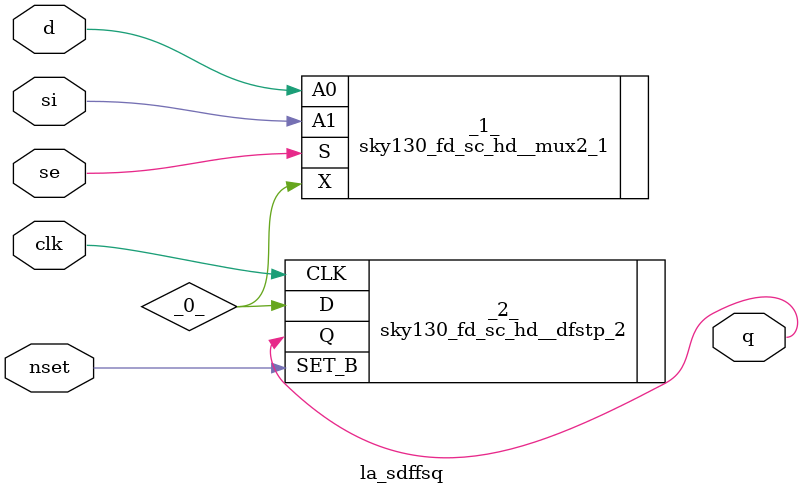
<source format=v>

module la_sdffsq(d, si, se, clk, nset, q);
  wire _0_;
  input clk;
  input d;
  input nset;
  output q;
  input se;
  input si;
  sky130_fd_sc_hd__mux2_1 _1_ (
    .A0(d),
    .A1(si),
    .S(se),
    .X(_0_)
  );
  sky130_fd_sc_hd__dfstp_2 _2_ (
    .CLK(clk),
    .D(_0_),
    .Q(q),
    .SET_B(nset)
  );
endmodule

</source>
